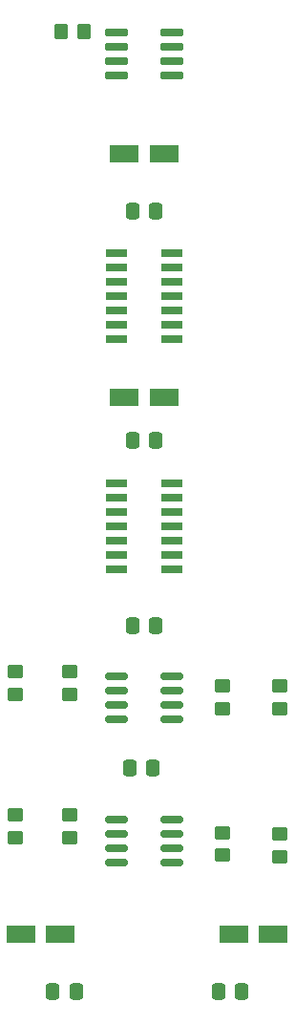
<source format=gbr>
%TF.GenerationSoftware,KiCad,Pcbnew,(6.0.10-0)*%
%TF.CreationDate,2023-01-30T15:13:09+10:30*%
%TF.ProjectId,BLE_Module,424c455f-4d6f-4647-956c-652e6b696361,rev?*%
%TF.SameCoordinates,Original*%
%TF.FileFunction,Paste,Top*%
%TF.FilePolarity,Positive*%
%FSLAX46Y46*%
G04 Gerber Fmt 4.6, Leading zero omitted, Abs format (unit mm)*
G04 Created by KiCad (PCBNEW (6.0.10-0)) date 2023-01-30 15:13:09*
%MOMM*%
%LPD*%
G01*
G04 APERTURE LIST*
G04 Aperture macros list*
%AMRoundRect*
0 Rectangle with rounded corners*
0 $1 Rounding radius*
0 $2 $3 $4 $5 $6 $7 $8 $9 X,Y pos of 4 corners*
0 Add a 4 corners polygon primitive as box body*
4,1,4,$2,$3,$4,$5,$6,$7,$8,$9,$2,$3,0*
0 Add four circle primitives for the rounded corners*
1,1,$1+$1,$2,$3*
1,1,$1+$1,$4,$5*
1,1,$1+$1,$6,$7*
1,1,$1+$1,$8,$9*
0 Add four rect primitives between the rounded corners*
20,1,$1+$1,$2,$3,$4,$5,0*
20,1,$1+$1,$4,$5,$6,$7,0*
20,1,$1+$1,$6,$7,$8,$9,0*
20,1,$1+$1,$8,$9,$2,$3,0*%
G04 Aperture macros list end*
%ADD10RoundRect,0.250000X-0.450000X0.350000X-0.450000X-0.350000X0.450000X-0.350000X0.450000X0.350000X0*%
%ADD11RoundRect,0.250000X0.350000X0.450000X-0.350000X0.450000X-0.350000X-0.450000X0.350000X-0.450000X0*%
%ADD12R,2.500000X1.600000*%
%ADD13RoundRect,0.250000X0.450000X-0.350000X0.450000X0.350000X-0.450000X0.350000X-0.450000X-0.350000X0*%
%ADD14RoundRect,0.042000X-0.908000X-0.258000X0.908000X-0.258000X0.908000X0.258000X-0.908000X0.258000X0*%
%ADD15RoundRect,0.150000X-0.825000X-0.150000X0.825000X-0.150000X0.825000X0.150000X-0.825000X0.150000X0*%
%ADD16RoundRect,0.250000X0.337500X0.475000X-0.337500X0.475000X-0.337500X-0.475000X0.337500X-0.475000X0*%
%ADD17RoundRect,0.042000X-0.943000X-0.258000X0.943000X-0.258000X0.943000X0.258000X-0.943000X0.258000X0*%
%ADD18RoundRect,0.250000X-0.337500X-0.475000X0.337500X-0.475000X0.337500X0.475000X-0.337500X0.475000X0*%
G04 APERTURE END LIST*
D10*
%TO.C,R6*%
X10525000Y-63770000D03*
X10525000Y-65770000D03*
%TD*%
D11*
%TO.C,R18*%
X11795000Y-7045000D03*
X9795000Y-7045000D03*
%TD*%
D12*
%TO.C,C3*%
X25105000Y-86995000D03*
X28605000Y-86995000D03*
%TD*%
D13*
%TO.C,R7*%
X29200000Y-80150872D03*
X29200000Y-78150872D03*
%TD*%
D14*
%TO.C,U2*%
X14690000Y-26670000D03*
X14690000Y-27940000D03*
X14690000Y-29210000D03*
X14690000Y-30480000D03*
X14690000Y-31750000D03*
X14690000Y-33020000D03*
X14690000Y-34290000D03*
X19600000Y-34290000D03*
X19600000Y-33020000D03*
X19600000Y-31750000D03*
X19600000Y-30480000D03*
X19600000Y-29210000D03*
X19600000Y-27940000D03*
X19600000Y-26670000D03*
%TD*%
D13*
%TO.C,R4*%
X5715000Y-65770000D03*
X5715000Y-63770000D03*
%TD*%
D15*
%TO.C,U6*%
X14670000Y-64135000D03*
X14670000Y-65405000D03*
X14670000Y-66675000D03*
X14670000Y-67945000D03*
X19620000Y-67945000D03*
X19620000Y-66675000D03*
X19620000Y-65405000D03*
X19620000Y-64135000D03*
%TD*%
D16*
%TO.C,C2*%
X18182500Y-43250000D03*
X16107500Y-43250000D03*
%TD*%
D13*
%TO.C,R5*%
X24120000Y-67040000D03*
X24120000Y-65040000D03*
%TD*%
D15*
%TO.C,U7*%
X14670000Y-76835000D03*
X14670000Y-78105000D03*
X14670000Y-79375000D03*
X14670000Y-80645000D03*
X19620000Y-80645000D03*
X19620000Y-79375000D03*
X19620000Y-78105000D03*
X19620000Y-76835000D03*
%TD*%
D14*
%TO.C,U3*%
X14690000Y-47060000D03*
X14690000Y-48330000D03*
X14690000Y-49600000D03*
X14690000Y-50870000D03*
X14690000Y-52140000D03*
X14690000Y-53410000D03*
X14690000Y-54680000D03*
X19600000Y-54680000D03*
X19600000Y-53410000D03*
X19600000Y-52140000D03*
X19600000Y-50870000D03*
X19600000Y-49600000D03*
X19600000Y-48330000D03*
X19600000Y-47060000D03*
%TD*%
D16*
%TO.C,C5*%
X18182500Y-59690000D03*
X16107500Y-59690000D03*
%TD*%
%TO.C,C10*%
X17921248Y-72280000D03*
X15846248Y-72280000D03*
%TD*%
D12*
%TO.C,C8*%
X9725000Y-86995000D03*
X6225000Y-86995000D03*
%TD*%
D17*
%TO.C,U13*%
X14675000Y-7055000D03*
X14675000Y-8325000D03*
X14675000Y-9595000D03*
X14675000Y-10865000D03*
X19615000Y-10865000D03*
X19615000Y-9595000D03*
X19615000Y-8325000D03*
X19615000Y-7055000D03*
%TD*%
D12*
%TO.C,C9*%
X15395000Y-39440000D03*
X18895000Y-39440000D03*
%TD*%
%TO.C,C4*%
X15395000Y-17850000D03*
X18895000Y-17850000D03*
%TD*%
D16*
%TO.C,C7*%
X11102500Y-92075000D03*
X9027500Y-92075000D03*
%TD*%
D13*
%TO.C,R9*%
X24120000Y-80000872D03*
X24120000Y-78000872D03*
%TD*%
%TO.C,R8*%
X5715000Y-78470000D03*
X5715000Y-76470000D03*
%TD*%
D10*
%TO.C,R10*%
X10525000Y-76470000D03*
X10525000Y-78470000D03*
%TD*%
D16*
%TO.C,C1*%
X18182500Y-22910000D03*
X16107500Y-22910000D03*
%TD*%
D13*
%TO.C,R3*%
X29200000Y-67040000D03*
X29200000Y-65040000D03*
%TD*%
D18*
%TO.C,C6*%
X23727500Y-92085000D03*
X25802500Y-92085000D03*
%TD*%
M02*

</source>
